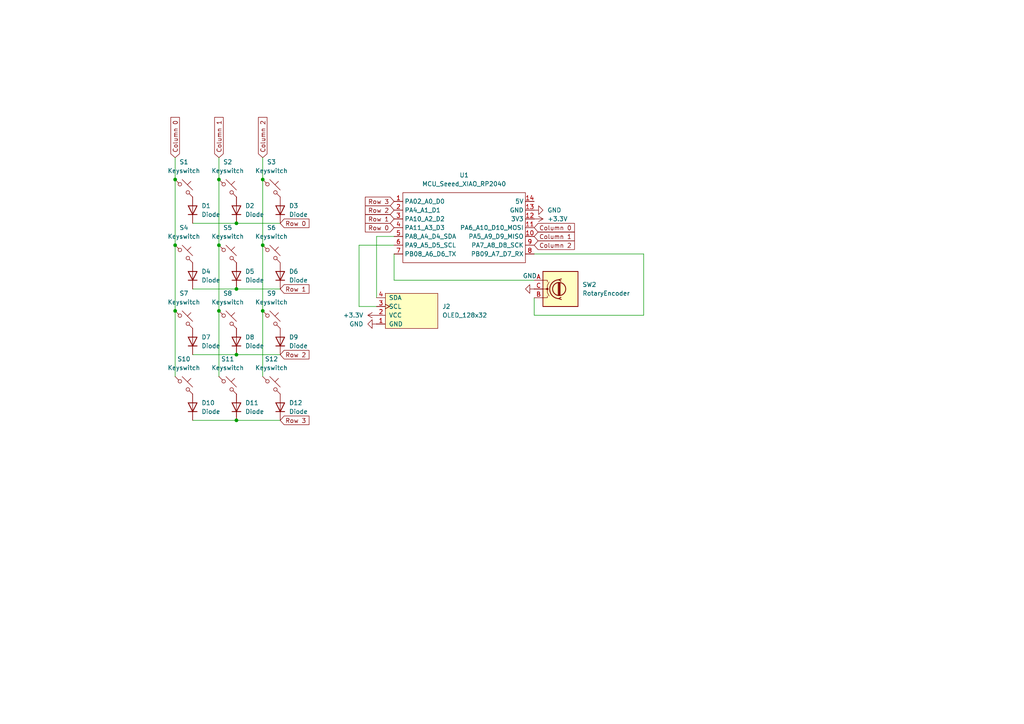
<source format=kicad_sch>
(kicad_sch
	(version 20231120)
	(generator "eeschema")
	(generator_version "8.0")
	(uuid "1c4af0d5-1416-4bb4-9b87-8a71bedf90f3")
	(paper "A4")
	(lib_symbols
		(symbol "Device:RotaryEncoder"
			(pin_names
				(offset 0.254) hide)
			(exclude_from_sim no)
			(in_bom yes)
			(on_board yes)
			(property "Reference" "SW"
				(at 0 6.604 0)
				(effects
					(font
						(size 1.27 1.27)
					)
				)
			)
			(property "Value" "RotaryEncoder"
				(at 0 -6.604 0)
				(effects
					(font
						(size 1.27 1.27)
					)
				)
			)
			(property "Footprint" ""
				(at -3.81 4.064 0)
				(effects
					(font
						(size 1.27 1.27)
					)
					(hide yes)
				)
			)
			(property "Datasheet" "~"
				(at 0 6.604 0)
				(effects
					(font
						(size 1.27 1.27)
					)
					(hide yes)
				)
			)
			(property "Description" "Rotary encoder, dual channel, incremental quadrate outputs"
				(at 0 0 0)
				(effects
					(font
						(size 1.27 1.27)
					)
					(hide yes)
				)
			)
			(property "ki_keywords" "rotary switch encoder"
				(at 0 0 0)
				(effects
					(font
						(size 1.27 1.27)
					)
					(hide yes)
				)
			)
			(property "ki_fp_filters" "RotaryEncoder*"
				(at 0 0 0)
				(effects
					(font
						(size 1.27 1.27)
					)
					(hide yes)
				)
			)
			(symbol "RotaryEncoder_0_1"
				(rectangle
					(start -5.08 5.08)
					(end 5.08 -5.08)
					(stroke
						(width 0.254)
						(type default)
					)
					(fill
						(type background)
					)
				)
				(circle
					(center -3.81 0)
					(radius 0.254)
					(stroke
						(width 0)
						(type default)
					)
					(fill
						(type outline)
					)
				)
				(circle
					(center -0.381 0)
					(radius 1.905)
					(stroke
						(width 0.254)
						(type default)
					)
					(fill
						(type none)
					)
				)
				(arc
					(start -0.381 2.667)
					(mid -3.0988 -0.0635)
					(end -0.381 -2.794)
					(stroke
						(width 0.254)
						(type default)
					)
					(fill
						(type none)
					)
				)
				(polyline
					(pts
						(xy -0.635 -1.778) (xy -0.635 1.778)
					)
					(stroke
						(width 0.254)
						(type default)
					)
					(fill
						(type none)
					)
				)
				(polyline
					(pts
						(xy -0.381 -1.778) (xy -0.381 1.778)
					)
					(stroke
						(width 0.254)
						(type default)
					)
					(fill
						(type none)
					)
				)
				(polyline
					(pts
						(xy -0.127 1.778) (xy -0.127 -1.778)
					)
					(stroke
						(width 0.254)
						(type default)
					)
					(fill
						(type none)
					)
				)
				(polyline
					(pts
						(xy -5.08 -2.54) (xy -3.81 -2.54) (xy -3.81 -2.032)
					)
					(stroke
						(width 0)
						(type default)
					)
					(fill
						(type none)
					)
				)
				(polyline
					(pts
						(xy -5.08 2.54) (xy -3.81 2.54) (xy -3.81 2.032)
					)
					(stroke
						(width 0)
						(type default)
					)
					(fill
						(type none)
					)
				)
				(polyline
					(pts
						(xy 0.254 -3.048) (xy -0.508 -2.794) (xy 0.127 -2.413)
					)
					(stroke
						(width 0.254)
						(type default)
					)
					(fill
						(type none)
					)
				)
				(polyline
					(pts
						(xy 0.254 2.921) (xy -0.508 2.667) (xy 0.127 2.286)
					)
					(stroke
						(width 0.254)
						(type default)
					)
					(fill
						(type none)
					)
				)
				(polyline
					(pts
						(xy -5.08 0) (xy -3.81 0) (xy -3.81 -1.016) (xy -3.302 -2.032)
					)
					(stroke
						(width 0)
						(type default)
					)
					(fill
						(type none)
					)
				)
				(polyline
					(pts
						(xy -4.318 0) (xy -3.81 0) (xy -3.81 1.016) (xy -3.302 2.032)
					)
					(stroke
						(width 0)
						(type default)
					)
					(fill
						(type none)
					)
				)
			)
			(symbol "RotaryEncoder_1_1"
				(pin passive line
					(at -7.62 2.54 0)
					(length 2.54)
					(name "A"
						(effects
							(font
								(size 1.27 1.27)
							)
						)
					)
					(number "A"
						(effects
							(font
								(size 1.27 1.27)
							)
						)
					)
				)
				(pin passive line
					(at -7.62 -2.54 0)
					(length 2.54)
					(name "B"
						(effects
							(font
								(size 1.27 1.27)
							)
						)
					)
					(number "B"
						(effects
							(font
								(size 1.27 1.27)
							)
						)
					)
				)
				(pin passive line
					(at -7.62 0 0)
					(length 2.54)
					(name "C"
						(effects
							(font
								(size 1.27 1.27)
							)
						)
					)
					(number "C"
						(effects
							(font
								(size 1.27 1.27)
							)
						)
					)
				)
			)
		)
		(symbol "ScottoKeebs:MCU_Seeed_XIAO_RP2040"
			(exclude_from_sim no)
			(in_bom yes)
			(on_board yes)
			(property "Reference" "U"
				(at -16.51 11.43 0)
				(effects
					(font
						(size 1.27 1.27)
					)
				)
			)
			(property "Value" "MCU_Seeed_XIAO_RP2040"
				(at -3.81 -11.43 0)
				(effects
					(font
						(size 1.27 1.27)
					)
				)
			)
			(property "Footprint" ""
				(at -16.51 2.54 0)
				(effects
					(font
						(size 1.27 1.27)
					)
					(hide yes)
				)
			)
			(property "Datasheet" ""
				(at -16.51 2.54 0)
				(effects
					(font
						(size 1.27 1.27)
					)
					(hide yes)
				)
			)
			(property "Description" ""
				(at 0 0 0)
				(effects
					(font
						(size 1.27 1.27)
					)
					(hide yes)
				)
			)
			(symbol "MCU_Seeed_XIAO_RP2040_0_1"
				(rectangle
					(start -16.51 10.16)
					(end 19.05 -10.16)
					(stroke
						(width 0)
						(type default)
					)
					(fill
						(type none)
					)
				)
			)
			(symbol "MCU_Seeed_XIAO_RP2040_1_1"
				(pin passive line
					(at -19.05 7.62 0)
					(length 2.54)
					(name "PA02_A0_D0"
						(effects
							(font
								(size 1.27 1.27)
							)
						)
					)
					(number "1"
						(effects
							(font
								(size 1.27 1.27)
							)
						)
					)
				)
				(pin passive line
					(at 21.59 -2.54 180)
					(length 2.54)
					(name "PA5_A9_D9_MISO"
						(effects
							(font
								(size 1.27 1.27)
							)
						)
					)
					(number "10"
						(effects
							(font
								(size 1.27 1.27)
							)
						)
					)
				)
				(pin passive line
					(at 21.59 0 180)
					(length 2.54)
					(name "PA6_A10_D10_MOSI"
						(effects
							(font
								(size 1.27 1.27)
							)
						)
					)
					(number "11"
						(effects
							(font
								(size 1.27 1.27)
							)
						)
					)
				)
				(pin passive line
					(at 21.59 2.54 180)
					(length 2.54)
					(name "3V3"
						(effects
							(font
								(size 1.27 1.27)
							)
						)
					)
					(number "12"
						(effects
							(font
								(size 1.27 1.27)
							)
						)
					)
				)
				(pin passive line
					(at 21.59 5.08 180)
					(length 2.54)
					(name "GND"
						(effects
							(font
								(size 1.27 1.27)
							)
						)
					)
					(number "13"
						(effects
							(font
								(size 1.27 1.27)
							)
						)
					)
				)
				(pin passive line
					(at 21.59 7.62 180)
					(length 2.54)
					(name "5V"
						(effects
							(font
								(size 1.27 1.27)
							)
						)
					)
					(number "14"
						(effects
							(font
								(size 1.27 1.27)
							)
						)
					)
				)
				(pin passive line
					(at -19.05 5.08 0)
					(length 2.54)
					(name "PA4_A1_D1"
						(effects
							(font
								(size 1.27 1.27)
							)
						)
					)
					(number "2"
						(effects
							(font
								(size 1.27 1.27)
							)
						)
					)
				)
				(pin passive line
					(at -19.05 2.54 0)
					(length 2.54)
					(name "PA10_A2_D2"
						(effects
							(font
								(size 1.27 1.27)
							)
						)
					)
					(number "3"
						(effects
							(font
								(size 1.27 1.27)
							)
						)
					)
				)
				(pin passive line
					(at -19.05 0 0)
					(length 2.54)
					(name "PA11_A3_D3"
						(effects
							(font
								(size 1.27 1.27)
							)
						)
					)
					(number "4"
						(effects
							(font
								(size 1.27 1.27)
							)
						)
					)
				)
				(pin passive line
					(at -19.05 -2.54 0)
					(length 2.54)
					(name "PA8_A4_D4_SDA"
						(effects
							(font
								(size 1.27 1.27)
							)
						)
					)
					(number "5"
						(effects
							(font
								(size 1.27 1.27)
							)
						)
					)
				)
				(pin passive line
					(at -19.05 -5.08 0)
					(length 2.54)
					(name "PA9_A5_D5_SCL"
						(effects
							(font
								(size 1.27 1.27)
							)
						)
					)
					(number "6"
						(effects
							(font
								(size 1.27 1.27)
							)
						)
					)
				)
				(pin passive line
					(at -19.05 -7.62 0)
					(length 2.54)
					(name "PB08_A6_D6_TX"
						(effects
							(font
								(size 1.27 1.27)
							)
						)
					)
					(number "7"
						(effects
							(font
								(size 1.27 1.27)
							)
						)
					)
				)
				(pin passive line
					(at 21.59 -7.62 180)
					(length 2.54)
					(name "PB09_A7_D7_RX"
						(effects
							(font
								(size 1.27 1.27)
							)
						)
					)
					(number "8"
						(effects
							(font
								(size 1.27 1.27)
							)
						)
					)
				)
				(pin passive line
					(at 21.59 -5.08 180)
					(length 2.54)
					(name "PA7_A8_D8_SCK"
						(effects
							(font
								(size 1.27 1.27)
							)
						)
					)
					(number "9"
						(effects
							(font
								(size 1.27 1.27)
							)
						)
					)
				)
			)
		)
		(symbol "ScottoKeebs:OLED_128x32"
			(pin_names
				(offset 1.016)
			)
			(exclude_from_sim no)
			(in_bom yes)
			(on_board yes)
			(property "Reference" "J"
				(at 0 -6.35 0)
				(effects
					(font
						(size 1.27 1.27)
					)
				)
			)
			(property "Value" "OLED_128x32"
				(at 0 6.35 0)
				(effects
					(font
						(size 1.27 1.27)
					)
				)
			)
			(property "Footprint" "ScottoKeebs_Components:OLED_128x32"
				(at 0 8.89 0)
				(effects
					(font
						(size 1.27 1.27)
					)
					(hide yes)
				)
			)
			(property "Datasheet" ""
				(at 0 1.27 0)
				(effects
					(font
						(size 1.27 1.27)
					)
					(hide yes)
				)
			)
			(property "Description" ""
				(at 0 0 0)
				(effects
					(font
						(size 1.27 1.27)
					)
					(hide yes)
				)
			)
			(symbol "OLED_128x32_0_1"
				(rectangle
					(start 0 5.08)
					(end 15.24 -5.08)
					(stroke
						(width 0)
						(type default)
					)
					(fill
						(type background)
					)
				)
			)
			(symbol "OLED_128x32_1_1"
				(pin power_in line
					(at -2.54 -3.81 0)
					(length 2.54)
					(name "GND"
						(effects
							(font
								(size 1.27 1.27)
							)
						)
					)
					(number "1"
						(effects
							(font
								(size 1.27 1.27)
							)
						)
					)
				)
				(pin power_in line
					(at -2.54 -1.27 0)
					(length 2.54)
					(name "VCC"
						(effects
							(font
								(size 1.27 1.27)
							)
						)
					)
					(number "2"
						(effects
							(font
								(size 1.27 1.27)
							)
						)
					)
				)
				(pin input clock
					(at -2.54 1.27 0)
					(length 2.54)
					(name "SCL"
						(effects
							(font
								(size 1.27 1.27)
							)
						)
					)
					(number "3"
						(effects
							(font
								(size 1.27 1.27)
							)
						)
					)
				)
				(pin bidirectional line
					(at -2.54 3.81 0)
					(length 2.54)
					(name "SDA"
						(effects
							(font
								(size 1.27 1.27)
							)
						)
					)
					(number "4"
						(effects
							(font
								(size 1.27 1.27)
							)
						)
					)
				)
			)
		)
		(symbol "ScottoKeebs:Placeholder_Diode"
			(pin_numbers hide)
			(pin_names hide)
			(exclude_from_sim no)
			(in_bom yes)
			(on_board yes)
			(property "Reference" "D"
				(at 0 2.54 0)
				(effects
					(font
						(size 1.27 1.27)
					)
				)
			)
			(property "Value" "Diode"
				(at 0 -2.54 0)
				(effects
					(font
						(size 1.27 1.27)
					)
				)
			)
			(property "Footprint" ""
				(at 0 0 0)
				(effects
					(font
						(size 1.27 1.27)
					)
					(hide yes)
				)
			)
			(property "Datasheet" ""
				(at 0 0 0)
				(effects
					(font
						(size 1.27 1.27)
					)
					(hide yes)
				)
			)
			(property "Description" "1N4148 (DO-35) or 1N4148W (SOD-123)"
				(at 0 0 0)
				(effects
					(font
						(size 1.27 1.27)
					)
					(hide yes)
				)
			)
			(property "Sim.Device" "D"
				(at 0 0 0)
				(effects
					(font
						(size 1.27 1.27)
					)
					(hide yes)
				)
			)
			(property "Sim.Pins" "1=K 2=A"
				(at 0 0 0)
				(effects
					(font
						(size 1.27 1.27)
					)
					(hide yes)
				)
			)
			(property "ki_keywords" "diode"
				(at 0 0 0)
				(effects
					(font
						(size 1.27 1.27)
					)
					(hide yes)
				)
			)
			(property "ki_fp_filters" "D*DO?35*"
				(at 0 0 0)
				(effects
					(font
						(size 1.27 1.27)
					)
					(hide yes)
				)
			)
			(symbol "Placeholder_Diode_0_1"
				(polyline
					(pts
						(xy -1.27 1.27) (xy -1.27 -1.27)
					)
					(stroke
						(width 0.254)
						(type default)
					)
					(fill
						(type none)
					)
				)
				(polyline
					(pts
						(xy 1.27 0) (xy -1.27 0)
					)
					(stroke
						(width 0)
						(type default)
					)
					(fill
						(type none)
					)
				)
				(polyline
					(pts
						(xy 1.27 1.27) (xy 1.27 -1.27) (xy -1.27 0) (xy 1.27 1.27)
					)
					(stroke
						(width 0.254)
						(type default)
					)
					(fill
						(type none)
					)
				)
			)
			(symbol "Placeholder_Diode_1_1"
				(pin passive line
					(at -3.81 0 0)
					(length 2.54)
					(name "K"
						(effects
							(font
								(size 1.27 1.27)
							)
						)
					)
					(number "1"
						(effects
							(font
								(size 1.27 1.27)
							)
						)
					)
				)
				(pin passive line
					(at 3.81 0 180)
					(length 2.54)
					(name "A"
						(effects
							(font
								(size 1.27 1.27)
							)
						)
					)
					(number "2"
						(effects
							(font
								(size 1.27 1.27)
							)
						)
					)
				)
			)
		)
		(symbol "ScottoKeebs:Placeholder_Keyswitch"
			(pin_numbers hide)
			(pin_names
				(offset 1.016) hide)
			(exclude_from_sim no)
			(in_bom yes)
			(on_board yes)
			(property "Reference" "S"
				(at 3.048 1.016 0)
				(effects
					(font
						(size 1.27 1.27)
					)
					(justify left)
				)
			)
			(property "Value" "Keyswitch"
				(at 0 -3.81 0)
				(effects
					(font
						(size 1.27 1.27)
					)
				)
			)
			(property "Footprint" ""
				(at 0 0 0)
				(effects
					(font
						(size 1.27 1.27)
					)
					(hide yes)
				)
			)
			(property "Datasheet" "~"
				(at 0 0 0)
				(effects
					(font
						(size 1.27 1.27)
					)
					(hide yes)
				)
			)
			(property "Description" "Push button switch, normally open, two pins, 45° tilted"
				(at 0 0 0)
				(effects
					(font
						(size 1.27 1.27)
					)
					(hide yes)
				)
			)
			(property "ki_keywords" "switch normally-open pushbutton push-button"
				(at 0 0 0)
				(effects
					(font
						(size 1.27 1.27)
					)
					(hide yes)
				)
			)
			(symbol "Placeholder_Keyswitch_0_1"
				(circle
					(center -1.1684 1.1684)
					(radius 0.508)
					(stroke
						(width 0)
						(type default)
					)
					(fill
						(type none)
					)
				)
				(polyline
					(pts
						(xy -0.508 2.54) (xy 2.54 -0.508)
					)
					(stroke
						(width 0)
						(type default)
					)
					(fill
						(type none)
					)
				)
				(polyline
					(pts
						(xy 1.016 1.016) (xy 2.032 2.032)
					)
					(stroke
						(width 0)
						(type default)
					)
					(fill
						(type none)
					)
				)
				(polyline
					(pts
						(xy -2.54 2.54) (xy -1.524 1.524) (xy -1.524 1.524)
					)
					(stroke
						(width 0)
						(type default)
					)
					(fill
						(type none)
					)
				)
				(polyline
					(pts
						(xy 1.524 -1.524) (xy 2.54 -2.54) (xy 2.54 -2.54) (xy 2.54 -2.54)
					)
					(stroke
						(width 0)
						(type default)
					)
					(fill
						(type none)
					)
				)
				(circle
					(center 1.143 -1.1938)
					(radius 0.508)
					(stroke
						(width 0)
						(type default)
					)
					(fill
						(type none)
					)
				)
				(pin passive line
					(at -2.54 2.54 0)
					(length 0)
					(name "1"
						(effects
							(font
								(size 1.27 1.27)
							)
						)
					)
					(number "1"
						(effects
							(font
								(size 1.27 1.27)
							)
						)
					)
				)
				(pin passive line
					(at 2.54 -2.54 180)
					(length 0)
					(name "2"
						(effects
							(font
								(size 1.27 1.27)
							)
						)
					)
					(number "2"
						(effects
							(font
								(size 1.27 1.27)
							)
						)
					)
				)
			)
		)
		(symbol "power:+3.3V"
			(power)
			(pin_numbers hide)
			(pin_names
				(offset 0) hide)
			(exclude_from_sim no)
			(in_bom yes)
			(on_board yes)
			(property "Reference" "#PWR"
				(at 0 -3.81 0)
				(effects
					(font
						(size 1.27 1.27)
					)
					(hide yes)
				)
			)
			(property "Value" "+3.3V"
				(at 0 3.556 0)
				(effects
					(font
						(size 1.27 1.27)
					)
				)
			)
			(property "Footprint" ""
				(at 0 0 0)
				(effects
					(font
						(size 1.27 1.27)
					)
					(hide yes)
				)
			)
			(property "Datasheet" ""
				(at 0 0 0)
				(effects
					(font
						(size 1.27 1.27)
					)
					(hide yes)
				)
			)
			(property "Description" "Power symbol creates a global label with name \"+3.3V\""
				(at 0 0 0)
				(effects
					(font
						(size 1.27 1.27)
					)
					(hide yes)
				)
			)
			(property "ki_keywords" "global power"
				(at 0 0 0)
				(effects
					(font
						(size 1.27 1.27)
					)
					(hide yes)
				)
			)
			(symbol "+3.3V_0_1"
				(polyline
					(pts
						(xy -0.762 1.27) (xy 0 2.54)
					)
					(stroke
						(width 0)
						(type default)
					)
					(fill
						(type none)
					)
				)
				(polyline
					(pts
						(xy 0 0) (xy 0 2.54)
					)
					(stroke
						(width 0)
						(type default)
					)
					(fill
						(type none)
					)
				)
				(polyline
					(pts
						(xy 0 2.54) (xy 0.762 1.27)
					)
					(stroke
						(width 0)
						(type default)
					)
					(fill
						(type none)
					)
				)
			)
			(symbol "+3.3V_1_1"
				(pin power_in line
					(at 0 0 90)
					(length 0)
					(name "~"
						(effects
							(font
								(size 1.27 1.27)
							)
						)
					)
					(number "1"
						(effects
							(font
								(size 1.27 1.27)
							)
						)
					)
				)
			)
		)
		(symbol "power:GND"
			(power)
			(pin_numbers hide)
			(pin_names
				(offset 0) hide)
			(exclude_from_sim no)
			(in_bom yes)
			(on_board yes)
			(property "Reference" "#PWR"
				(at 0 -6.35 0)
				(effects
					(font
						(size 1.27 1.27)
					)
					(hide yes)
				)
			)
			(property "Value" "GND"
				(at 0 -3.81 0)
				(effects
					(font
						(size 1.27 1.27)
					)
				)
			)
			(property "Footprint" ""
				(at 0 0 0)
				(effects
					(font
						(size 1.27 1.27)
					)
					(hide yes)
				)
			)
			(property "Datasheet" ""
				(at 0 0 0)
				(effects
					(font
						(size 1.27 1.27)
					)
					(hide yes)
				)
			)
			(property "Description" "Power symbol creates a global label with name \"GND\" , ground"
				(at 0 0 0)
				(effects
					(font
						(size 1.27 1.27)
					)
					(hide yes)
				)
			)
			(property "ki_keywords" "global power"
				(at 0 0 0)
				(effects
					(font
						(size 1.27 1.27)
					)
					(hide yes)
				)
			)
			(symbol "GND_0_1"
				(polyline
					(pts
						(xy 0 0) (xy 0 -1.27) (xy 1.27 -1.27) (xy 0 -2.54) (xy -1.27 -1.27) (xy 0 -1.27)
					)
					(stroke
						(width 0)
						(type default)
					)
					(fill
						(type none)
					)
				)
			)
			(symbol "GND_1_1"
				(pin power_in line
					(at 0 0 270)
					(length 0)
					(name "~"
						(effects
							(font
								(size 1.27 1.27)
							)
						)
					)
					(number "1"
						(effects
							(font
								(size 1.27 1.27)
							)
						)
					)
				)
			)
		)
	)
	(junction
		(at 50.8 71.12)
		(diameter 0)
		(color 0 0 0 0)
		(uuid "05ca351d-55b0-4ce3-bfe4-af5ac831cb72")
	)
	(junction
		(at 68.58 121.92)
		(diameter 0)
		(color 0 0 0 0)
		(uuid "268d2b76-56b7-4cd8-b15c-d4d58fe8583c")
	)
	(junction
		(at 68.58 102.87)
		(diameter 0)
		(color 0 0 0 0)
		(uuid "29fac607-6d24-42d9-b2ee-21f65622715c")
	)
	(junction
		(at 50.8 52.07)
		(diameter 0)
		(color 0 0 0 0)
		(uuid "30dd891b-4580-4feb-8036-5a930cacd0b0")
	)
	(junction
		(at 68.58 64.77)
		(diameter 0)
		(color 0 0 0 0)
		(uuid "44e8ccc1-6232-4fa9-b030-2708ca028fcd")
	)
	(junction
		(at 76.2 52.07)
		(diameter 0)
		(color 0 0 0 0)
		(uuid "480ce249-55da-44a9-a10b-e1bdeec1e031")
	)
	(junction
		(at 76.2 90.17)
		(diameter 0)
		(color 0 0 0 0)
		(uuid "4cda9b91-214c-47ba-adaa-c55be7db622c")
	)
	(junction
		(at 76.2 71.12)
		(diameter 0)
		(color 0 0 0 0)
		(uuid "6d9fd2eb-c735-4e8a-ae4d-cdb72f1b14a9")
	)
	(junction
		(at 63.5 71.12)
		(diameter 0)
		(color 0 0 0 0)
		(uuid "72944b50-d792-4d58-ad70-94cda7ad8e79")
	)
	(junction
		(at 63.5 52.07)
		(diameter 0)
		(color 0 0 0 0)
		(uuid "a72bed56-2de2-4cae-b171-f13738e685f9")
	)
	(junction
		(at 68.58 83.82)
		(diameter 0)
		(color 0 0 0 0)
		(uuid "bb3a60a3-19cd-43af-b060-ec023c9a3a81")
	)
	(junction
		(at 50.8 90.17)
		(diameter 0)
		(color 0 0 0 0)
		(uuid "c3bb4aed-7e3f-4e14-89d6-22aa4741d928")
	)
	(junction
		(at 63.5 90.17)
		(diameter 0)
		(color 0 0 0 0)
		(uuid "c6fe3f60-04f5-449a-9124-d75aa6a77e71")
	)
	(wire
		(pts
			(xy 50.8 90.17) (xy 50.8 109.22)
		)
		(stroke
			(width 0)
			(type default)
		)
		(uuid "00e77fd7-345a-47f6-86e0-b6a3c088552d")
	)
	(wire
		(pts
			(xy 50.8 45.72) (xy 50.8 52.07)
		)
		(stroke
			(width 0)
			(type default)
		)
		(uuid "028f9eba-6140-4758-ba33-48230463b951")
	)
	(wire
		(pts
			(xy 55.88 121.92) (xy 68.58 121.92)
		)
		(stroke
			(width 0)
			(type default)
		)
		(uuid "0573f6e9-77bb-4fa9-ae3f-39fde067eac9")
	)
	(wire
		(pts
			(xy 50.8 52.07) (xy 50.8 71.12)
		)
		(stroke
			(width 0)
			(type default)
		)
		(uuid "0f7c8771-58f6-404a-b4f8-4c9f90ad9bd9")
	)
	(wire
		(pts
			(xy 55.88 83.82) (xy 68.58 83.82)
		)
		(stroke
			(width 0)
			(type default)
		)
		(uuid "10f75355-c728-43eb-9f83-cd6aeb610d67")
	)
	(wire
		(pts
			(xy 68.58 64.77) (xy 81.28 64.77)
		)
		(stroke
			(width 0)
			(type default)
		)
		(uuid "12d5623e-0d55-496e-8c26-24c3acaf9d2e")
	)
	(wire
		(pts
			(xy 114.3 81.28) (xy 154.94 81.28)
		)
		(stroke
			(width 0)
			(type default)
		)
		(uuid "1a7f65c2-e2f3-494b-b14d-37ed3b9a9146")
	)
	(wire
		(pts
			(xy 76.2 90.17) (xy 76.2 109.22)
		)
		(stroke
			(width 0)
			(type default)
		)
		(uuid "1f6ff79d-1c5e-4add-8898-58709b2fc7cc")
	)
	(wire
		(pts
			(xy 68.58 83.82) (xy 81.28 83.82)
		)
		(stroke
			(width 0)
			(type default)
		)
		(uuid "2139761e-11e9-4cde-a756-4357f90d04c6")
	)
	(wire
		(pts
			(xy 63.5 71.12) (xy 63.5 90.17)
		)
		(stroke
			(width 0)
			(type default)
		)
		(uuid "2a94862f-08b8-4599-9f2c-e562a2456e35")
	)
	(wire
		(pts
			(xy 104.14 71.12) (xy 114.3 71.12)
		)
		(stroke
			(width 0)
			(type default)
		)
		(uuid "2d90f6a9-5842-4d50-8647-d782faeb3b4d")
	)
	(wire
		(pts
			(xy 76.2 45.72) (xy 76.2 52.07)
		)
		(stroke
			(width 0)
			(type default)
		)
		(uuid "3185adc4-bfbf-46c2-8c04-c09b68c82361")
	)
	(wire
		(pts
			(xy 104.14 88.9) (xy 104.14 71.12)
		)
		(stroke
			(width 0)
			(type default)
		)
		(uuid "37c2052f-246e-49e6-aca5-f14c81178615")
	)
	(wire
		(pts
			(xy 186.69 73.66) (xy 154.94 73.66)
		)
		(stroke
			(width 0)
			(type default)
		)
		(uuid "3d1141c8-81dc-43f0-bf48-4638b56b7b21")
	)
	(wire
		(pts
			(xy 63.5 52.07) (xy 63.5 71.12)
		)
		(stroke
			(width 0)
			(type default)
		)
		(uuid "42bb99b2-ab62-4ef9-9db2-24a8747cdaf2")
	)
	(wire
		(pts
			(xy 109.22 68.58) (xy 114.3 68.58)
		)
		(stroke
			(width 0)
			(type default)
		)
		(uuid "47e17588-138b-48f0-880c-dc413dddad78")
	)
	(wire
		(pts
			(xy 68.58 102.87) (xy 81.28 102.87)
		)
		(stroke
			(width 0)
			(type default)
		)
		(uuid "66deee8e-dfb7-496d-9860-9268e9b8aeaa")
	)
	(wire
		(pts
			(xy 55.88 102.87) (xy 68.58 102.87)
		)
		(stroke
			(width 0)
			(type default)
		)
		(uuid "714dfeaa-066d-4880-835a-92ce471dec62")
	)
	(wire
		(pts
			(xy 55.88 64.77) (xy 68.58 64.77)
		)
		(stroke
			(width 0)
			(type default)
		)
		(uuid "71dac325-d808-43d6-a477-a970b8966d82")
	)
	(wire
		(pts
			(xy 68.58 121.92) (xy 81.28 121.92)
		)
		(stroke
			(width 0)
			(type default)
		)
		(uuid "7f1ea26c-7f6d-4fe3-a9a4-725c55a777ab")
	)
	(wire
		(pts
			(xy 109.22 86.36) (xy 109.22 68.58)
		)
		(stroke
			(width 0)
			(type default)
		)
		(uuid "80f222e0-bc05-4626-8962-ae6e80d2b6e6")
	)
	(wire
		(pts
			(xy 76.2 52.07) (xy 76.2 71.12)
		)
		(stroke
			(width 0)
			(type default)
		)
		(uuid "81fb1afd-258c-452a-aebc-cbcbe1667f77")
	)
	(wire
		(pts
			(xy 154.94 91.44) (xy 154.94 86.36)
		)
		(stroke
			(width 0)
			(type default)
		)
		(uuid "8f843a4f-5fb2-4f93-af6c-4a08da9d3d6b")
	)
	(wire
		(pts
			(xy 109.22 88.9) (xy 104.14 88.9)
		)
		(stroke
			(width 0)
			(type default)
		)
		(uuid "96086c20-3822-41ec-acde-84a69ad04a40")
	)
	(wire
		(pts
			(xy 50.8 71.12) (xy 50.8 90.17)
		)
		(stroke
			(width 0)
			(type default)
		)
		(uuid "a11489e0-f614-4995-a73b-689cfdec78eb")
	)
	(wire
		(pts
			(xy 114.3 73.66) (xy 114.3 81.28)
		)
		(stroke
			(width 0)
			(type default)
		)
		(uuid "a3e58e74-ded4-4c4f-8e38-e2d6d2951be1")
	)
	(wire
		(pts
			(xy 76.2 71.12) (xy 76.2 90.17)
		)
		(stroke
			(width 0)
			(type default)
		)
		(uuid "bace03b9-6480-4b8f-9187-df0ec8697533")
	)
	(wire
		(pts
			(xy 63.5 90.17) (xy 63.5 109.22)
		)
		(stroke
			(width 0)
			(type default)
		)
		(uuid "cf995e0a-6115-4507-a4ca-fd3832a50317")
	)
	(wire
		(pts
			(xy 63.5 45.72) (xy 63.5 52.07)
		)
		(stroke
			(width 0)
			(type default)
		)
		(uuid "ea19a73d-043c-4d08-9919-885db199f1d8")
	)
	(wire
		(pts
			(xy 186.69 91.44) (xy 154.94 91.44)
		)
		(stroke
			(width 0)
			(type default)
		)
		(uuid "f12e67d5-75c0-49d0-a06c-fbcc405c3ecd")
	)
	(wire
		(pts
			(xy 186.69 73.66) (xy 186.69 91.44)
		)
		(stroke
			(width 0)
			(type default)
		)
		(uuid "fcc6f016-05f9-4a08-80b6-1b2db065e123")
	)
	(global_label "Row 3"
		(shape input)
		(at 81.28 121.92 0)
		(fields_autoplaced yes)
		(effects
			(font
				(size 1.27 1.27)
			)
			(justify left)
		)
		(uuid "15bc5441-6399-4d9f-a868-deb946f88d74")
		(property "Intersheetrefs" "${INTERSHEET_REFS}"
			(at 90.1918 121.92 0)
			(effects
				(font
					(size 1.27 1.27)
				)
				(justify left)
				(hide yes)
			)
		)
	)
	(global_label "Column 0"
		(shape input)
		(at 50.8 45.72 90)
		(fields_autoplaced yes)
		(effects
			(font
				(size 1.27 1.27)
			)
			(justify left)
		)
		(uuid "2fb4be76-e81b-48e6-97a0-c9f2fc9a2af1")
		(property "Intersheetrefs" "${INTERSHEET_REFS}"
			(at 50.8 33.4822 90)
			(effects
				(font
					(size 1.27 1.27)
				)
				(justify left)
				(hide yes)
			)
		)
	)
	(global_label "Column 1"
		(shape input)
		(at 63.5 45.72 90)
		(fields_autoplaced yes)
		(effects
			(font
				(size 1.27 1.27)
			)
			(justify left)
		)
		(uuid "46233b79-45cb-48c8-90b7-7e6dbde6bd1d")
		(property "Intersheetrefs" "${INTERSHEET_REFS}"
			(at 63.5 33.4822 90)
			(effects
				(font
					(size 1.27 1.27)
				)
				(justify left)
				(hide yes)
			)
		)
	)
	(global_label "Column 0"
		(shape input)
		(at 154.94 66.04 0)
		(fields_autoplaced yes)
		(effects
			(font
				(size 1.27 1.27)
			)
			(justify left)
		)
		(uuid "5d849d45-0a74-4191-94ef-c11874008254")
		(property "Intersheetrefs" "${INTERSHEET_REFS}"
			(at 167.1778 66.04 0)
			(effects
				(font
					(size 1.27 1.27)
				)
				(justify left)
				(hide yes)
			)
		)
	)
	(global_label "Row 3"
		(shape input)
		(at 114.3 58.42 180)
		(fields_autoplaced yes)
		(effects
			(font
				(size 1.27 1.27)
			)
			(justify right)
		)
		(uuid "614d2859-d3a2-4126-96ea-c72c29d86285")
		(property "Intersheetrefs" "${INTERSHEET_REFS}"
			(at 105.3882 58.42 0)
			(effects
				(font
					(size 1.27 1.27)
				)
				(justify right)
				(hide yes)
			)
		)
	)
	(global_label "Row 0"
		(shape input)
		(at 114.3 66.04 180)
		(fields_autoplaced yes)
		(effects
			(font
				(size 1.27 1.27)
			)
			(justify right)
		)
		(uuid "614d931b-349b-4117-80e2-e87573c8314a")
		(property "Intersheetrefs" "${INTERSHEET_REFS}"
			(at 105.3882 66.04 0)
			(effects
				(font
					(size 1.27 1.27)
				)
				(justify right)
				(hide yes)
			)
		)
	)
	(global_label "Column 2"
		(shape input)
		(at 154.94 71.12 0)
		(fields_autoplaced yes)
		(effects
			(font
				(size 1.27 1.27)
			)
			(justify left)
		)
		(uuid "70f0d18e-858d-44d6-b256-13d464e129c4")
		(property "Intersheetrefs" "${INTERSHEET_REFS}"
			(at 167.1778 71.12 0)
			(effects
				(font
					(size 1.27 1.27)
				)
				(justify left)
				(hide yes)
			)
		)
	)
	(global_label "Column 1"
		(shape input)
		(at 154.94 68.58 0)
		(fields_autoplaced yes)
		(effects
			(font
				(size 1.27 1.27)
			)
			(justify left)
		)
		(uuid "9868f80f-c0de-4710-aa96-69f7d925be9f")
		(property "Intersheetrefs" "${INTERSHEET_REFS}"
			(at 167.1778 68.58 0)
			(effects
				(font
					(size 1.27 1.27)
				)
				(justify left)
				(hide yes)
			)
		)
	)
	(global_label "Row 2"
		(shape input)
		(at 81.28 102.87 0)
		(fields_autoplaced yes)
		(effects
			(font
				(size 1.27 1.27)
			)
			(justify left)
		)
		(uuid "a6e71f25-617e-4faf-a7f6-217553d3b3b8")
		(property "Intersheetrefs" "${INTERSHEET_REFS}"
			(at 90.1918 102.87 0)
			(effects
				(font
					(size 1.27 1.27)
				)
				(justify left)
				(hide yes)
			)
		)
	)
	(global_label "Row 2"
		(shape input)
		(at 114.3 60.96 180)
		(fields_autoplaced yes)
		(effects
			(font
				(size 1.27 1.27)
			)
			(justify right)
		)
		(uuid "b1aed524-9d83-4ab3-a1ab-43164b4440b0")
		(property "Intersheetrefs" "${INTERSHEET_REFS}"
			(at 105.3882 60.96 0)
			(effects
				(font
					(size 1.27 1.27)
				)
				(justify right)
				(hide yes)
			)
		)
	)
	(global_label "Row 1"
		(shape input)
		(at 81.28 83.82 0)
		(fields_autoplaced yes)
		(effects
			(font
				(size 1.27 1.27)
			)
			(justify left)
		)
		(uuid "ba1cc935-416d-4b91-9868-b2e28ac8653b")
		(property "Intersheetrefs" "${INTERSHEET_REFS}"
			(at 90.1918 83.82 0)
			(effects
				(font
					(size 1.27 1.27)
				)
				(justify left)
				(hide yes)
			)
		)
	)
	(global_label "Row 0"
		(shape input)
		(at 81.28 64.77 0)
		(fields_autoplaced yes)
		(effects
			(font
				(size 1.27 1.27)
			)
			(justify left)
		)
		(uuid "be836f8e-5f0a-4d0e-be1f-096587a22d03")
		(property "Intersheetrefs" "${INTERSHEET_REFS}"
			(at 90.1918 64.77 0)
			(effects
				(font
					(size 1.27 1.27)
				)
				(justify left)
				(hide yes)
			)
		)
	)
	(global_label "Column 2"
		(shape input)
		(at 76.2 45.72 90)
		(fields_autoplaced yes)
		(effects
			(font
				(size 1.27 1.27)
			)
			(justify left)
		)
		(uuid "c535073b-d259-4075-a0a0-1403210f96b0")
		(property "Intersheetrefs" "${INTERSHEET_REFS}"
			(at 76.2 33.4822 90)
			(effects
				(font
					(size 1.27 1.27)
				)
				(justify left)
				(hide yes)
			)
		)
	)
	(global_label "Row 1"
		(shape input)
		(at 114.3 63.5 180)
		(fields_autoplaced yes)
		(effects
			(font
				(size 1.27 1.27)
			)
			(justify right)
		)
		(uuid "d6d409b1-b215-4ed1-98c0-c41571291a7c")
		(property "Intersheetrefs" "${INTERSHEET_REFS}"
			(at 105.3882 63.5 0)
			(effects
				(font
					(size 1.27 1.27)
				)
				(justify right)
				(hide yes)
			)
		)
	)
	(symbol
		(lib_id "ScottoKeebs:Placeholder_Keyswitch")
		(at 53.34 92.71 0)
		(unit 1)
		(exclude_from_sim no)
		(in_bom yes)
		(on_board yes)
		(dnp no)
		(fields_autoplaced yes)
		(uuid "038d09e1-8d88-400f-96b5-894560f29758")
		(property "Reference" "S7"
			(at 53.34 85.09 0)
			(effects
				(font
					(size 1.27 1.27)
				)
			)
		)
		(property "Value" "Keyswitch"
			(at 53.34 87.63 0)
			(effects
				(font
					(size 1.27 1.27)
				)
			)
		)
		(property "Footprint" "ScottoKeebs_MX:MX_PCB_1.00u"
			(at 53.34 92.71 0)
			(effects
				(font
					(size 1.27 1.27)
				)
				(hide yes)
			)
		)
		(property "Datasheet" "~"
			(at 53.34 92.71 0)
			(effects
				(font
					(size 1.27 1.27)
				)
				(hide yes)
			)
		)
		(property "Description" "Push button switch, normally open, two pins, 45° tilted"
			(at 53.34 92.71 0)
			(effects
				(font
					(size 1.27 1.27)
				)
				(hide yes)
			)
		)
		(pin "1"
			(uuid "7c0f8d52-cbe7-4377-a430-7b2c53cebcb0")
		)
		(pin "2"
			(uuid "06ff98c6-c698-4c77-92e0-47f7aba62095")
		)
		(instances
			(project "The One Pad to Rule Them All 2"
				(path "/1c4af0d5-1416-4bb4-9b87-8a71bedf90f3"
					(reference "S7")
					(unit 1)
				)
			)
		)
	)
	(symbol
		(lib_id "ScottoKeebs:Placeholder_Diode")
		(at 55.88 80.01 90)
		(unit 1)
		(exclude_from_sim no)
		(in_bom yes)
		(on_board yes)
		(dnp no)
		(fields_autoplaced yes)
		(uuid "14152fa5-f441-4bb5-80c3-761464475dd7")
		(property "Reference" "D4"
			(at 58.42 78.7399 90)
			(effects
				(font
					(size 1.27 1.27)
				)
				(justify right)
			)
		)
		(property "Value" "Diode"
			(at 58.42 81.2799 90)
			(effects
				(font
					(size 1.27 1.27)
				)
				(justify right)
			)
		)
		(property "Footprint" "ScottoKeebs_Components:Diode_DO-35"
			(at 55.88 80.01 0)
			(effects
				(font
					(size 1.27 1.27)
				)
				(hide yes)
			)
		)
		(property "Datasheet" ""
			(at 55.88 80.01 0)
			(effects
				(font
					(size 1.27 1.27)
				)
				(hide yes)
			)
		)
		(property "Description" "1N4148 (DO-35) or 1N4148W (SOD-123)"
			(at 55.88 80.01 0)
			(effects
				(font
					(size 1.27 1.27)
				)
				(hide yes)
			)
		)
		(property "Sim.Device" "D"
			(at 55.88 80.01 0)
			(effects
				(font
					(size 1.27 1.27)
				)
				(hide yes)
			)
		)
		(property "Sim.Pins" "1=K 2=A"
			(at 55.88 80.01 0)
			(effects
				(font
					(size 1.27 1.27)
				)
				(hide yes)
			)
		)
		(pin "1"
			(uuid "4048792f-e012-4767-a999-e1f43b41cb1c")
		)
		(pin "2"
			(uuid "f83af6d2-ddfb-41e8-a334-22f42bab7061")
		)
		(instances
			(project "The One Pad to Rule Them All 2"
				(path "/1c4af0d5-1416-4bb4-9b87-8a71bedf90f3"
					(reference "D4")
					(unit 1)
				)
			)
		)
	)
	(symbol
		(lib_id "ScottoKeebs:Placeholder_Keyswitch")
		(at 53.34 111.76 0)
		(unit 1)
		(exclude_from_sim no)
		(in_bom yes)
		(on_board yes)
		(dnp no)
		(fields_autoplaced yes)
		(uuid "1d19d74e-78e1-45ef-af88-8655347fd232")
		(property "Reference" "S10"
			(at 53.34 104.14 0)
			(effects
				(font
					(size 1.27 1.27)
				)
			)
		)
		(property "Value" "Keyswitch"
			(at 53.34 106.68 0)
			(effects
				(font
					(size 1.27 1.27)
				)
			)
		)
		(property "Footprint" "ScottoKeebs_MX:MX_PCB_1.00u"
			(at 53.34 111.76 0)
			(effects
				(font
					(size 1.27 1.27)
				)
				(hide yes)
			)
		)
		(property "Datasheet" "~"
			(at 53.34 111.76 0)
			(effects
				(font
					(size 1.27 1.27)
				)
				(hide yes)
			)
		)
		(property "Description" "Push button switch, normally open, two pins, 45° tilted"
			(at 53.34 111.76 0)
			(effects
				(font
					(size 1.27 1.27)
				)
				(hide yes)
			)
		)
		(pin "1"
			(uuid "81af02bc-7f74-4785-9870-6b2254e1fa98")
		)
		(pin "2"
			(uuid "166b182e-dd10-4235-b4e6-d5b05f975554")
		)
		(instances
			(project "The One Pad to Rule Them All 2"
				(path "/1c4af0d5-1416-4bb4-9b87-8a71bedf90f3"
					(reference "S10")
					(unit 1)
				)
			)
		)
	)
	(symbol
		(lib_id "ScottoKeebs:Placeholder_Keyswitch")
		(at 66.04 92.71 0)
		(unit 1)
		(exclude_from_sim no)
		(in_bom yes)
		(on_board yes)
		(dnp no)
		(fields_autoplaced yes)
		(uuid "1e2772df-4317-4a28-83d8-bb8e65397af6")
		(property "Reference" "S8"
			(at 66.04 85.09 0)
			(effects
				(font
					(size 1.27 1.27)
				)
			)
		)
		(property "Value" "Keyswitch"
			(at 66.04 87.63 0)
			(effects
				(font
					(size 1.27 1.27)
				)
			)
		)
		(property "Footprint" "ScottoKeebs_MX:MX_PCB_1.00u"
			(at 66.04 92.71 0)
			(effects
				(font
					(size 1.27 1.27)
				)
				(hide yes)
			)
		)
		(property "Datasheet" "~"
			(at 66.04 92.71 0)
			(effects
				(font
					(size 1.27 1.27)
				)
				(hide yes)
			)
		)
		(property "Description" "Push button switch, normally open, two pins, 45° tilted"
			(at 66.04 92.71 0)
			(effects
				(font
					(size 1.27 1.27)
				)
				(hide yes)
			)
		)
		(pin "1"
			(uuid "38c6562f-f78b-4da3-93cc-863840cecc10")
		)
		(pin "2"
			(uuid "113c1644-8170-4350-8051-7d41702be41e")
		)
		(instances
			(project "The One Pad to Rule Them All 2"
				(path "/1c4af0d5-1416-4bb4-9b87-8a71bedf90f3"
					(reference "S8")
					(unit 1)
				)
			)
		)
	)
	(symbol
		(lib_id "ScottoKeebs:Placeholder_Keyswitch")
		(at 66.04 111.76 0)
		(unit 1)
		(exclude_from_sim no)
		(in_bom yes)
		(on_board yes)
		(dnp no)
		(fields_autoplaced yes)
		(uuid "25019825-b6ae-4c6e-a6cd-c696bc63f346")
		(property "Reference" "S11"
			(at 66.04 104.14 0)
			(effects
				(font
					(size 1.27 1.27)
				)
			)
		)
		(property "Value" "Keyswitch"
			(at 66.04 106.68 0)
			(effects
				(font
					(size 1.27 1.27)
				)
			)
		)
		(property "Footprint" "ScottoKeebs_MX:MX_PCB_1.00u"
			(at 66.04 111.76 0)
			(effects
				(font
					(size 1.27 1.27)
				)
				(hide yes)
			)
		)
		(property "Datasheet" "~"
			(at 66.04 111.76 0)
			(effects
				(font
					(size 1.27 1.27)
				)
				(hide yes)
			)
		)
		(property "Description" "Push button switch, normally open, two pins, 45° tilted"
			(at 66.04 111.76 0)
			(effects
				(font
					(size 1.27 1.27)
				)
				(hide yes)
			)
		)
		(pin "1"
			(uuid "d931c349-fb8e-44b3-8739-cbd35f302a90")
		)
		(pin "2"
			(uuid "6123a169-0979-4719-857e-afca0be1fb06")
		)
		(instances
			(project "The One Pad to Rule Them All 2"
				(path "/1c4af0d5-1416-4bb4-9b87-8a71bedf90f3"
					(reference "S11")
					(unit 1)
				)
			)
		)
	)
	(symbol
		(lib_id "ScottoKeebs:Placeholder_Keyswitch")
		(at 53.34 73.66 0)
		(unit 1)
		(exclude_from_sim no)
		(in_bom yes)
		(on_board yes)
		(dnp no)
		(fields_autoplaced yes)
		(uuid "27254357-70c8-462f-a1e6-b166acf0380a")
		(property "Reference" "S4"
			(at 53.34 66.04 0)
			(effects
				(font
					(size 1.27 1.27)
				)
			)
		)
		(property "Value" "Keyswitch"
			(at 53.34 68.58 0)
			(effects
				(font
					(size 1.27 1.27)
				)
			)
		)
		(property "Footprint" "ScottoKeebs_MX:MX_PCB_1.00u"
			(at 53.34 73.66 0)
			(effects
				(font
					(size 1.27 1.27)
				)
				(hide yes)
			)
		)
		(property "Datasheet" "~"
			(at 53.34 73.66 0)
			(effects
				(font
					(size 1.27 1.27)
				)
				(hide yes)
			)
		)
		(property "Description" "Push button switch, normally open, two pins, 45° tilted"
			(at 53.34 73.66 0)
			(effects
				(font
					(size 1.27 1.27)
				)
				(hide yes)
			)
		)
		(pin "1"
			(uuid "d829529a-d4d1-479d-be7e-4cf748e55d37")
		)
		(pin "2"
			(uuid "d0e5ce9f-e4e4-4950-831a-7877cf1149d8")
		)
		(instances
			(project "The One Pad to Rule Them All 2"
				(path "/1c4af0d5-1416-4bb4-9b87-8a71bedf90f3"
					(reference "S4")
					(unit 1)
				)
			)
		)
	)
	(symbol
		(lib_id "ScottoKeebs:Placeholder_Diode")
		(at 81.28 99.06 90)
		(unit 1)
		(exclude_from_sim no)
		(in_bom yes)
		(on_board yes)
		(dnp no)
		(fields_autoplaced yes)
		(uuid "2dd163fc-00f2-44db-898d-60333fa239fa")
		(property "Reference" "D9"
			(at 83.82 97.7899 90)
			(effects
				(font
					(size 1.27 1.27)
				)
				(justify right)
			)
		)
		(property "Value" "Diode"
			(at 83.82 100.3299 90)
			(effects
				(font
					(size 1.27 1.27)
				)
				(justify right)
			)
		)
		(property "Footprint" "ScottoKeebs_Components:Diode_DO-35"
			(at 81.28 99.06 0)
			(effects
				(font
					(size 1.27 1.27)
				)
				(hide yes)
			)
		)
		(property "Datasheet" ""
			(at 81.28 99.06 0)
			(effects
				(font
					(size 1.27 1.27)
				)
				(hide yes)
			)
		)
		(property "Description" "1N4148 (DO-35) or 1N4148W (SOD-123)"
			(at 81.28 99.06 0)
			(effects
				(font
					(size 1.27 1.27)
				)
				(hide yes)
			)
		)
		(property "Sim.Device" "D"
			(at 81.28 99.06 0)
			(effects
				(font
					(size 1.27 1.27)
				)
				(hide yes)
			)
		)
		(property "Sim.Pins" "1=K 2=A"
			(at 81.28 99.06 0)
			(effects
				(font
					(size 1.27 1.27)
				)
				(hide yes)
			)
		)
		(pin "1"
			(uuid "433ec273-e267-4576-9abd-53057c2b731b")
		)
		(pin "2"
			(uuid "2bfee755-c724-4f2e-a3cb-86a238d62689")
		)
		(instances
			(project "The One Pad to Rule Them All 2"
				(path "/1c4af0d5-1416-4bb4-9b87-8a71bedf90f3"
					(reference "D9")
					(unit 1)
				)
			)
		)
	)
	(symbol
		(lib_id "ScottoKeebs:Placeholder_Diode")
		(at 81.28 118.11 90)
		(unit 1)
		(exclude_from_sim no)
		(in_bom yes)
		(on_board yes)
		(dnp no)
		(fields_autoplaced yes)
		(uuid "33c6e335-73f4-4ba6-b4a4-3c065e2ad015")
		(property "Reference" "D12"
			(at 83.82 116.8399 90)
			(effects
				(font
					(size 1.27 1.27)
				)
				(justify right)
			)
		)
		(property "Value" "Diode"
			(at 83.82 119.3799 90)
			(effects
				(font
					(size 1.27 1.27)
				)
				(justify right)
			)
		)
		(property "Footprint" "ScottoKeebs_Components:Diode_DO-35"
			(at 81.28 118.11 0)
			(effects
				(font
					(size 1.27 1.27)
				)
				(hide yes)
			)
		)
		(property "Datasheet" ""
			(at 81.28 118.11 0)
			(effects
				(font
					(size 1.27 1.27)
				)
				(hide yes)
			)
		)
		(property "Description" "1N4148 (DO-35) or 1N4148W (SOD-123)"
			(at 81.28 118.11 0)
			(effects
				(font
					(size 1.27 1.27)
				)
				(hide yes)
			)
		)
		(property "Sim.Device" "D"
			(at 81.28 118.11 0)
			(effects
				(font
					(size 1.27 1.27)
				)
				(hide yes)
			)
		)
		(property "Sim.Pins" "1=K 2=A"
			(at 81.28 118.11 0)
			(effects
				(font
					(size 1.27 1.27)
				)
				(hide yes)
			)
		)
		(pin "1"
			(uuid "5d794943-b955-4e1b-85a2-f344e531a272")
		)
		(pin "2"
			(uuid "f255d194-907d-42df-a09b-5d7512f4b69b")
		)
		(instances
			(project "The One Pad to Rule Them All 2"
				(path "/1c4af0d5-1416-4bb4-9b87-8a71bedf90f3"
					(reference "D12")
					(unit 1)
				)
			)
		)
	)
	(symbol
		(lib_id "power:GND")
		(at 109.22 93.98 270)
		(unit 1)
		(exclude_from_sim no)
		(in_bom yes)
		(on_board yes)
		(dnp no)
		(fields_autoplaced yes)
		(uuid "56c9159a-b33e-4aae-913a-c497e50fdc66")
		(property "Reference" "#PWR02"
			(at 102.87 93.98 0)
			(effects
				(font
					(size 1.27 1.27)
				)
				(hide yes)
			)
		)
		(property "Value" "GND"
			(at 105.41 93.9799 90)
			(effects
				(font
					(size 1.27 1.27)
				)
				(justify right)
			)
		)
		(property "Footprint" ""
			(at 109.22 93.98 0)
			(effects
				(font
					(size 1.27 1.27)
				)
				(hide yes)
			)
		)
		(property "Datasheet" ""
			(at 109.22 93.98 0)
			(effects
				(font
					(size 1.27 1.27)
				)
				(hide yes)
			)
		)
		(property "Description" "Power symbol creates a global label with name \"GND\" , ground"
			(at 109.22 93.98 0)
			(effects
				(font
					(size 1.27 1.27)
				)
				(hide yes)
			)
		)
		(pin "1"
			(uuid "508cc8ee-85fb-474a-99fa-aeb2757d6d2b")
		)
		(instances
			(project "The One Pad to Rule Them All 2"
				(path "/1c4af0d5-1416-4bb4-9b87-8a71bedf90f3"
					(reference "#PWR02")
					(unit 1)
				)
			)
		)
	)
	(symbol
		(lib_id "ScottoKeebs:Placeholder_Keyswitch")
		(at 78.74 92.71 0)
		(unit 1)
		(exclude_from_sim no)
		(in_bom yes)
		(on_board yes)
		(dnp no)
		(fields_autoplaced yes)
		(uuid "5b550521-a0e4-420a-a7dd-298bfa1436ce")
		(property "Reference" "S9"
			(at 78.74 85.09 0)
			(effects
				(font
					(size 1.27 1.27)
				)
			)
		)
		(property "Value" "Keyswitch"
			(at 78.74 87.63 0)
			(effects
				(font
					(size 1.27 1.27)
				)
			)
		)
		(property "Footprint" "ScottoKeebs_MX:MX_PCB_1.00u"
			(at 78.74 92.71 0)
			(effects
				(font
					(size 1.27 1.27)
				)
				(hide yes)
			)
		)
		(property "Datasheet" "~"
			(at 78.74 92.71 0)
			(effects
				(font
					(size 1.27 1.27)
				)
				(hide yes)
			)
		)
		(property "Description" "Push button switch, normally open, two pins, 45° tilted"
			(at 78.74 92.71 0)
			(effects
				(font
					(size 1.27 1.27)
				)
				(hide yes)
			)
		)
		(pin "1"
			(uuid "b55ed9f2-f99c-4975-ab24-a2eba7def3c0")
		)
		(pin "2"
			(uuid "eb337eb4-7523-47c7-8e64-9bc7b5a63b76")
		)
		(instances
			(project "The One Pad to Rule Them All 2"
				(path "/1c4af0d5-1416-4bb4-9b87-8a71bedf90f3"
					(reference "S9")
					(unit 1)
				)
			)
		)
	)
	(symbol
		(lib_id "power:GND")
		(at 154.94 60.96 90)
		(unit 1)
		(exclude_from_sim no)
		(in_bom yes)
		(on_board yes)
		(dnp no)
		(fields_autoplaced yes)
		(uuid "70b00c4c-0f40-4d80-aa7a-3614e42cb0da")
		(property "Reference" "#PWR03"
			(at 161.29 60.96 0)
			(effects
				(font
					(size 1.27 1.27)
				)
				(hide yes)
			)
		)
		(property "Value" "GND"
			(at 158.75 60.9599 90)
			(effects
				(font
					(size 1.27 1.27)
				)
				(justify right)
			)
		)
		(property "Footprint" ""
			(at 154.94 60.96 0)
			(effects
				(font
					(size 1.27 1.27)
				)
				(hide yes)
			)
		)
		(property "Datasheet" ""
			(at 154.94 60.96 0)
			(effects
				(font
					(size 1.27 1.27)
				)
				(hide yes)
			)
		)
		(property "Description" "Power symbol creates a global label with name \"GND\" , ground"
			(at 154.94 60.96 0)
			(effects
				(font
					(size 1.27 1.27)
				)
				(hide yes)
			)
		)
		(pin "1"
			(uuid "85afa806-03d7-4f04-aea1-94cf540ded8a")
		)
		(instances
			(project "The One Pad to Rule Them All 2"
				(path "/1c4af0d5-1416-4bb4-9b87-8a71bedf90f3"
					(reference "#PWR03")
					(unit 1)
				)
			)
		)
	)
	(symbol
		(lib_id "ScottoKeebs:Placeholder_Keyswitch")
		(at 78.74 54.61 0)
		(unit 1)
		(exclude_from_sim no)
		(in_bom yes)
		(on_board yes)
		(dnp no)
		(fields_autoplaced yes)
		(uuid "799aa11e-9f36-4be7-868d-77a2ae8e63d9")
		(property "Reference" "S3"
			(at 78.74 46.99 0)
			(effects
				(font
					(size 1.27 1.27)
				)
			)
		)
		(property "Value" "Keyswitch"
			(at 78.74 49.53 0)
			(effects
				(font
					(size 1.27 1.27)
				)
			)
		)
		(property "Footprint" "ScottoKeebs_MX:MX_PCB_1.00u"
			(at 78.74 54.61 0)
			(effects
				(font
					(size 1.27 1.27)
				)
				(hide yes)
			)
		)
		(property "Datasheet" "~"
			(at 78.74 54.61 0)
			(effects
				(font
					(size 1.27 1.27)
				)
				(hide yes)
			)
		)
		(property "Description" "Push button switch, normally open, two pins, 45° tilted"
			(at 78.74 54.61 0)
			(effects
				(font
					(size 1.27 1.27)
				)
				(hide yes)
			)
		)
		(pin "1"
			(uuid "05b22dd7-0585-4977-9fae-05ac66db1248")
		)
		(pin "2"
			(uuid "6ff7b0b2-2b7d-46aa-a58c-55161e3be39e")
		)
		(instances
			(project "The One Pad to Rule Them All 2"
				(path "/1c4af0d5-1416-4bb4-9b87-8a71bedf90f3"
					(reference "S3")
					(unit 1)
				)
			)
		)
	)
	(symbol
		(lib_id "ScottoKeebs:Placeholder_Diode")
		(at 68.58 99.06 90)
		(unit 1)
		(exclude_from_sim no)
		(in_bom yes)
		(on_board yes)
		(dnp no)
		(fields_autoplaced yes)
		(uuid "7f7d2114-b157-42b4-8d27-5198ba4fc9a9")
		(property "Reference" "D8"
			(at 71.12 97.7899 90)
			(effects
				(font
					(size 1.27 1.27)
				)
				(justify right)
			)
		)
		(property "Value" "Diode"
			(at 71.12 100.3299 90)
			(effects
				(font
					(size 1.27 1.27)
				)
				(justify right)
			)
		)
		(property "Footprint" "ScottoKeebs_Components:Diode_DO-35"
			(at 68.58 99.06 0)
			(effects
				(font
					(size 1.27 1.27)
				)
				(hide yes)
			)
		)
		(property "Datasheet" ""
			(at 68.58 99.06 0)
			(effects
				(font
					(size 1.27 1.27)
				)
				(hide yes)
			)
		)
		(property "Description" "1N4148 (DO-35) or 1N4148W (SOD-123)"
			(at 68.58 99.06 0)
			(effects
				(font
					(size 1.27 1.27)
				)
				(hide yes)
			)
		)
		(property "Sim.Device" "D"
			(at 68.58 99.06 0)
			(effects
				(font
					(size 1.27 1.27)
				)
				(hide yes)
			)
		)
		(property "Sim.Pins" "1=K 2=A"
			(at 68.58 99.06 0)
			(effects
				(font
					(size 1.27 1.27)
				)
				(hide yes)
			)
		)
		(pin "1"
			(uuid "29367643-e098-482e-a542-f5254bf79e1f")
		)
		(pin "2"
			(uuid "73cbb6ce-0130-4021-bcc0-1ad55e932f80")
		)
		(instances
			(project "The One Pad to Rule Them All 2"
				(path "/1c4af0d5-1416-4bb4-9b87-8a71bedf90f3"
					(reference "D8")
					(unit 1)
				)
			)
		)
	)
	(symbol
		(lib_id "ScottoKeebs:Placeholder_Diode")
		(at 68.58 118.11 90)
		(unit 1)
		(exclude_from_sim no)
		(in_bom yes)
		(on_board yes)
		(dnp no)
		(fields_autoplaced yes)
		(uuid "836fcb0e-0b78-4564-86fd-4d3a51e54067")
		(property "Reference" "D11"
			(at 71.12 116.8399 90)
			(effects
				(font
					(size 1.27 1.27)
				)
				(justify right)
			)
		)
		(property "Value" "Diode"
			(at 71.12 119.3799 90)
			(effects
				(font
					(size 1.27 1.27)
				)
				(justify right)
			)
		)
		(property "Footprint" "ScottoKeebs_Components:Diode_DO-35"
			(at 68.58 118.11 0)
			(effects
				(font
					(size 1.27 1.27)
				)
				(hide yes)
			)
		)
		(property "Datasheet" ""
			(at 68.58 118.11 0)
			(effects
				(font
					(size 1.27 1.27)
				)
				(hide yes)
			)
		)
		(property "Description" "1N4148 (DO-35) or 1N4148W (SOD-123)"
			(at 68.58 118.11 0)
			(effects
				(font
					(size 1.27 1.27)
				)
				(hide yes)
			)
		)
		(property "Sim.Device" "D"
			(at 68.58 118.11 0)
			(effects
				(font
					(size 1.27 1.27)
				)
				(hide yes)
			)
		)
		(property "Sim.Pins" "1=K 2=A"
			(at 68.58 118.11 0)
			(effects
				(font
					(size 1.27 1.27)
				)
				(hide yes)
			)
		)
		(pin "1"
			(uuid "07463f03-d04a-4f4a-ae5c-8d7831d3ed34")
		)
		(pin "2"
			(uuid "6084eb9b-8a61-46ae-9440-15e4d4c867b3")
		)
		(instances
			(project "The One Pad to Rule Them All 2"
				(path "/1c4af0d5-1416-4bb4-9b87-8a71bedf90f3"
					(reference "D11")
					(unit 1)
				)
			)
		)
	)
	(symbol
		(lib_id "ScottoKeebs:Placeholder_Keyswitch")
		(at 66.04 54.61 0)
		(unit 1)
		(exclude_from_sim no)
		(in_bom yes)
		(on_board yes)
		(dnp no)
		(fields_autoplaced yes)
		(uuid "97065535-a3d0-4e79-aa92-69baa2f23669")
		(property "Reference" "S2"
			(at 66.04 46.99 0)
			(effects
				(font
					(size 1.27 1.27)
				)
			)
		)
		(property "Value" "Keyswitch"
			(at 66.04 49.53 0)
			(effects
				(font
					(size 1.27 1.27)
				)
			)
		)
		(property "Footprint" "ScottoKeebs_MX:MX_PCB_1.00u"
			(at 66.04 54.61 0)
			(effects
				(font
					(size 1.27 1.27)
				)
				(hide yes)
			)
		)
		(property "Datasheet" "~"
			(at 66.04 54.61 0)
			(effects
				(font
					(size 1.27 1.27)
				)
				(hide yes)
			)
		)
		(property "Description" "Push button switch, normally open, two pins, 45° tilted"
			(at 66.04 54.61 0)
			(effects
				(font
					(size 1.27 1.27)
				)
				(hide yes)
			)
		)
		(pin "1"
			(uuid "84d1536b-3223-40e8-8a5d-5b4d2c9c60ce")
		)
		(pin "2"
			(uuid "1dbc3ded-0c2f-4aa9-ac38-81cb9e0c3b8a")
		)
		(instances
			(project "The One Pad to Rule Them All 2"
				(path "/1c4af0d5-1416-4bb4-9b87-8a71bedf90f3"
					(reference "S2")
					(unit 1)
				)
			)
		)
	)
	(symbol
		(lib_id "power:+3.3V")
		(at 109.22 91.44 90)
		(unit 1)
		(exclude_from_sim no)
		(in_bom yes)
		(on_board yes)
		(dnp no)
		(fields_autoplaced yes)
		(uuid "9abe5a04-39fc-44aa-960b-f1ad40e200a3")
		(property "Reference" "#PWR01"
			(at 113.03 91.44 0)
			(effects
				(font
					(size 1.27 1.27)
				)
				(hide yes)
			)
		)
		(property "Value" "+3.3V"
			(at 105.41 91.4399 90)
			(effects
				(font
					(size 1.27 1.27)
				)
				(justify left)
			)
		)
		(property "Footprint" ""
			(at 109.22 91.44 0)
			(effects
				(font
					(size 1.27 1.27)
				)
				(hide yes)
			)
		)
		(property "Datasheet" ""
			(at 109.22 91.44 0)
			(effects
				(font
					(size 1.27 1.27)
				)
				(hide yes)
			)
		)
		(property "Description" "Power symbol creates a global label with name \"+3.3V\""
			(at 109.22 91.44 0)
			(effects
				(font
					(size 1.27 1.27)
				)
				(hide yes)
			)
		)
		(pin "1"
			(uuid "36c8c1c1-ece9-44a0-9762-2e8b5771931c")
		)
		(instances
			(project "The One Pad to Rule Them All 2"
				(path "/1c4af0d5-1416-4bb4-9b87-8a71bedf90f3"
					(reference "#PWR01")
					(unit 1)
				)
			)
		)
	)
	(symbol
		(lib_id "power:GND")
		(at 154.94 83.82 270)
		(unit 1)
		(exclude_from_sim no)
		(in_bom yes)
		(on_board yes)
		(dnp no)
		(fields_autoplaced yes)
		(uuid "a4051570-e6a1-444b-a7cf-853555322833")
		(property "Reference" "#PWR05"
			(at 148.59 83.82 0)
			(effects
				(font
					(size 1.27 1.27)
				)
				(hide yes)
			)
		)
		(property "Value" "GND"
			(at 153.67 80.01 90)
			(effects
				(font
					(size 1.27 1.27)
				)
			)
		)
		(property "Footprint" ""
			(at 154.94 83.82 0)
			(effects
				(font
					(size 1.27 1.27)
				)
				(hide yes)
			)
		)
		(property "Datasheet" ""
			(at 154.94 83.82 0)
			(effects
				(font
					(size 1.27 1.27)
				)
				(hide yes)
			)
		)
		(property "Description" "Power symbol creates a global label with name \"GND\" , ground"
			(at 154.94 83.82 0)
			(effects
				(font
					(size 1.27 1.27)
				)
				(hide yes)
			)
		)
		(pin "1"
			(uuid "ae7ef29d-a6f9-45c9-904c-381f602bb5d6")
		)
		(instances
			(project "The One Pad to Rule Them All 2"
				(path "/1c4af0d5-1416-4bb4-9b87-8a71bedf90f3"
					(reference "#PWR05")
					(unit 1)
				)
			)
		)
	)
	(symbol
		(lib_id "ScottoKeebs:OLED_128x32")
		(at 111.76 90.17 0)
		(unit 1)
		(exclude_from_sim no)
		(in_bom yes)
		(on_board yes)
		(dnp no)
		(fields_autoplaced yes)
		(uuid "a60c5c98-ca4d-4e67-aa46-10599d4ca1cc")
		(property "Reference" "J2"
			(at 128.27 88.8999 0)
			(effects
				(font
					(size 1.27 1.27)
				)
				(justify left)
			)
		)
		(property "Value" "OLED_128x32"
			(at 128.27 91.4399 0)
			(effects
				(font
					(size 1.27 1.27)
				)
				(justify left)
			)
		)
		(property "Footprint" "ScottoKeebs_Components:OLED_128x32"
			(at 111.76 81.28 0)
			(effects
				(font
					(size 1.27 1.27)
				)
				(hide yes)
			)
		)
		(property "Datasheet" ""
			(at 111.76 88.9 0)
			(effects
				(font
					(size 1.27 1.27)
				)
				(hide yes)
			)
		)
		(property "Description" ""
			(at 111.76 90.17 0)
			(effects
				(font
					(size 1.27 1.27)
				)
				(hide yes)
			)
		)
		(pin "3"
			(uuid "530ec6b9-0303-4e5a-a25a-6bb57d120181")
		)
		(pin "1"
			(uuid "fe5dcdeb-96a6-4103-bbf0-533094dc2949")
		)
		(pin "4"
			(uuid "fc9d6f15-ee6a-4cea-8908-7a22034bfa3d")
		)
		(pin "2"
			(uuid "03058881-f2a5-4727-b2dd-07079dd6c35b")
		)
		(instances
			(project ""
				(path "/1c4af0d5-1416-4bb4-9b87-8a71bedf90f3"
					(reference "J2")
					(unit 1)
				)
			)
		)
	)
	(symbol
		(lib_id "ScottoKeebs:Placeholder_Diode")
		(at 81.28 80.01 90)
		(unit 1)
		(exclude_from_sim no)
		(in_bom yes)
		(on_board yes)
		(dnp no)
		(fields_autoplaced yes)
		(uuid "b11db498-44da-4b66-8988-27fe1bf91e1c")
		(property "Reference" "D6"
			(at 83.82 78.7399 90)
			(effects
				(font
					(size 1.27 1.27)
				)
				(justify right)
			)
		)
		(property "Value" "Diode"
			(at 83.82 81.2799 90)
			(effects
				(font
					(size 1.27 1.27)
				)
				(justify right)
			)
		)
		(property "Footprint" "ScottoKeebs_Components:Diode_DO-35"
			(at 81.28 80.01 0)
			(effects
				(font
					(size 1.27 1.27)
				)
				(hide yes)
			)
		)
		(property "Datasheet" ""
			(at 81.28 80.01 0)
			(effects
				(font
					(size 1.27 1.27)
				)
				(hide yes)
			)
		)
		(property "Description" "1N4148 (DO-35) or 1N4148W (SOD-123)"
			(at 81.28 80.01 0)
			(effects
				(font
					(size 1.27 1.27)
				)
				(hide yes)
			)
		)
		(property "Sim.Device" "D"
			(at 81.28 80.01 0)
			(effects
				(font
					(size 1.27 1.27)
				)
				(hide yes)
			)
		)
		(property "Sim.Pins" "1=K 2=A"
			(at 81.28 80.01 0)
			(effects
				(font
					(size 1.27 1.27)
				)
				(hide yes)
			)
		)
		(pin "1"
			(uuid "881055db-9691-4b88-9519-89bbfd6f6d4a")
		)
		(pin "2"
			(uuid "bd8413ea-52c6-45bf-b804-0002cff1ade1")
		)
		(instances
			(project "The One Pad to Rule Them All 2"
				(path "/1c4af0d5-1416-4bb4-9b87-8a71bedf90f3"
					(reference "D6")
					(unit 1)
				)
			)
		)
	)
	(symbol
		(lib_id "ScottoKeebs:Placeholder_Keyswitch")
		(at 78.74 73.66 0)
		(unit 1)
		(exclude_from_sim no)
		(in_bom yes)
		(on_board yes)
		(dnp no)
		(fields_autoplaced yes)
		(uuid "b7bb2e63-0853-4539-8e7f-32cfc1380869")
		(property "Reference" "S6"
			(at 78.74 66.04 0)
			(effects
				(font
					(size 1.27 1.27)
				)
			)
		)
		(property "Value" "Keyswitch"
			(at 78.74 68.58 0)
			(effects
				(font
					(size 1.27 1.27)
				)
			)
		)
		(property "Footprint" "ScottoKeebs_MX:MX_PCB_1.00u"
			(at 78.74 73.66 0)
			(effects
				(font
					(size 1.27 1.27)
				)
				(hide yes)
			)
		)
		(property "Datasheet" "~"
			(at 78.74 73.66 0)
			(effects
				(font
					(size 1.27 1.27)
				)
				(hide yes)
			)
		)
		(property "Description" "Push button switch, normally open, two pins, 45° tilted"
			(at 78.74 73.66 0)
			(effects
				(font
					(size 1.27 1.27)
				)
				(hide yes)
			)
		)
		(pin "1"
			(uuid "6c804b20-7a6a-439f-8a62-73b443befb9c")
		)
		(pin "2"
			(uuid "293667b1-7191-47b4-93aa-9f3b0f9e2020")
		)
		(instances
			(project "The One Pad to Rule Them All 2"
				(path "/1c4af0d5-1416-4bb4-9b87-8a71bedf90f3"
					(reference "S6")
					(unit 1)
				)
			)
		)
	)
	(symbol
		(lib_id "power:+3.3V")
		(at 154.94 63.5 270)
		(unit 1)
		(exclude_from_sim no)
		(in_bom yes)
		(on_board yes)
		(dnp no)
		(fields_autoplaced yes)
		(uuid "c183e189-3764-4efb-a4f1-aebc13e4666e")
		(property "Reference" "#PWR04"
			(at 151.13 63.5 0)
			(effects
				(font
					(size 1.27 1.27)
				)
				(hide yes)
			)
		)
		(property "Value" "+3.3V"
			(at 158.75 63.4999 90)
			(effects
				(font
					(size 1.27 1.27)
				)
				(justify left)
			)
		)
		(property "Footprint" ""
			(at 154.94 63.5 0)
			(effects
				(font
					(size 1.27 1.27)
				)
				(hide yes)
			)
		)
		(property "Datasheet" ""
			(at 154.94 63.5 0)
			(effects
				(font
					(size 1.27 1.27)
				)
				(hide yes)
			)
		)
		(property "Description" "Power symbol creates a global label with name \"+3.3V\""
			(at 154.94 63.5 0)
			(effects
				(font
					(size 1.27 1.27)
				)
				(hide yes)
			)
		)
		(pin "1"
			(uuid "6c905ca6-67f4-4c61-8902-3e0049405323")
		)
		(instances
			(project "The One Pad to Rule Them All 2"
				(path "/1c4af0d5-1416-4bb4-9b87-8a71bedf90f3"
					(reference "#PWR04")
					(unit 1)
				)
			)
		)
	)
	(symbol
		(lib_id "ScottoKeebs:Placeholder_Keyswitch")
		(at 78.74 111.76 0)
		(unit 1)
		(exclude_from_sim no)
		(in_bom yes)
		(on_board yes)
		(dnp no)
		(fields_autoplaced yes)
		(uuid "c31f6413-7b3c-4d46-9413-711722046af7")
		(property "Reference" "S12"
			(at 78.74 104.14 0)
			(effects
				(font
					(size 1.27 1.27)
				)
			)
		)
		(property "Value" "Keyswitch"
			(at 78.74 106.68 0)
			(effects
				(font
					(size 1.27 1.27)
				)
			)
		)
		(property "Footprint" "ScottoKeebs_MX:MX_PCB_1.00u"
			(at 78.74 111.76 0)
			(effects
				(font
					(size 1.27 1.27)
				)
				(hide yes)
			)
		)
		(property "Datasheet" "~"
			(at 78.74 111.76 0)
			(effects
				(font
					(size 1.27 1.27)
				)
				(hide yes)
			)
		)
		(property "Description" "Push button switch, normally open, two pins, 45° tilted"
			(at 78.74 111.76 0)
			(effects
				(font
					(size 1.27 1.27)
				)
				(hide yes)
			)
		)
		(pin "1"
			(uuid "7ec77e7d-0b99-40b8-b394-350a3756b139")
		)
		(pin "2"
			(uuid "3ba56740-1cd9-4870-b098-c7ae4a63c38c")
		)
		(instances
			(project "The One Pad to Rule Them All 2"
				(path "/1c4af0d5-1416-4bb4-9b87-8a71bedf90f3"
					(reference "S12")
					(unit 1)
				)
			)
		)
	)
	(symbol
		(lib_id "ScottoKeebs:Placeholder_Diode")
		(at 81.28 60.96 90)
		(unit 1)
		(exclude_from_sim no)
		(in_bom yes)
		(on_board yes)
		(dnp no)
		(fields_autoplaced yes)
		(uuid "c3687e4a-f355-4abf-9298-f7fda53f24b7")
		(property "Reference" "D3"
			(at 83.82 59.6899 90)
			(effects
				(font
					(size 1.27 1.27)
				)
				(justify right)
			)
		)
		(property "Value" "Diode"
			(at 83.82 62.2299 90)
			(effects
				(font
					(size 1.27 1.27)
				)
				(justify right)
			)
		)
		(property "Footprint" "ScottoKeebs_Components:Diode_DO-35"
			(at 81.28 60.96 0)
			(effects
				(font
					(size 1.27 1.27)
				)
				(hide yes)
			)
		)
		(property "Datasheet" ""
			(at 81.28 60.96 0)
			(effects
				(font
					(size 1.27 1.27)
				)
				(hide yes)
			)
		)
		(property "Description" "1N4148 (DO-35) or 1N4148W (SOD-123)"
			(at 81.28 60.96 0)
			(effects
				(font
					(size 1.27 1.27)
				)
				(hide yes)
			)
		)
		(property "Sim.Device" "D"
			(at 81.28 60.96 0)
			(effects
				(font
					(size 1.27 1.27)
				)
				(hide yes)
			)
		)
		(property "Sim.Pins" "1=K 2=A"
			(at 81.28 60.96 0)
			(effects
				(font
					(size 1.27 1.27)
				)
				(hide yes)
			)
		)
		(pin "1"
			(uuid "0acfe1c2-1241-48a6-b2ce-a7d17944a740")
		)
		(pin "2"
			(uuid "2da2944a-bd4b-47df-b840-30e3d957b680")
		)
		(instances
			(project "The One Pad to Rule Them All 2"
				(path "/1c4af0d5-1416-4bb4-9b87-8a71bedf90f3"
					(reference "D3")
					(unit 1)
				)
			)
		)
	)
	(symbol
		(lib_id "ScottoKeebs:Placeholder_Diode")
		(at 68.58 60.96 90)
		(unit 1)
		(exclude_from_sim no)
		(in_bom yes)
		(on_board yes)
		(dnp no)
		(fields_autoplaced yes)
		(uuid "c562d802-e3c9-4186-aba1-985e78c4a1ce")
		(property "Reference" "D2"
			(at 71.12 59.6899 90)
			(effects
				(font
					(size 1.27 1.27)
				)
				(justify right)
			)
		)
		(property "Value" "Diode"
			(at 71.12 62.2299 90)
			(effects
				(font
					(size 1.27 1.27)
				)
				(justify right)
			)
		)
		(property "Footprint" "ScottoKeebs_Components:Diode_DO-35"
			(at 68.58 60.96 0)
			(effects
				(font
					(size 1.27 1.27)
				)
				(hide yes)
			)
		)
		(property "Datasheet" ""
			(at 68.58 60.96 0)
			(effects
				(font
					(size 1.27 1.27)
				)
				(hide yes)
			)
		)
		(property "Description" "1N4148 (DO-35) or 1N4148W (SOD-123)"
			(at 68.58 60.96 0)
			(effects
				(font
					(size 1.27 1.27)
				)
				(hide yes)
			)
		)
		(property "Sim.Device" "D"
			(at 68.58 60.96 0)
			(effects
				(font
					(size 1.27 1.27)
				)
				(hide yes)
			)
		)
		(property "Sim.Pins" "1=K 2=A"
			(at 68.58 60.96 0)
			(effects
				(font
					(size 1.27 1.27)
				)
				(hide yes)
			)
		)
		(pin "1"
			(uuid "cac602f2-6e84-40f5-8667-71b1b5993198")
		)
		(pin "2"
			(uuid "5e9f0c3b-a32c-415e-8fc9-490b2c8e5cf4")
		)
		(instances
			(project "The One Pad to Rule Them All 2"
				(path "/1c4af0d5-1416-4bb4-9b87-8a71bedf90f3"
					(reference "D2")
					(unit 1)
				)
			)
		)
	)
	(symbol
		(lib_id "ScottoKeebs:Placeholder_Keyswitch")
		(at 66.04 73.66 0)
		(unit 1)
		(exclude_from_sim no)
		(in_bom yes)
		(on_board yes)
		(dnp no)
		(fields_autoplaced yes)
		(uuid "d14ecfbc-e8cb-4ee9-805d-748388614286")
		(property "Reference" "S5"
			(at 66.04 66.04 0)
			(effects
				(font
					(size 1.27 1.27)
				)
			)
		)
		(property "Value" "Keyswitch"
			(at 66.04 68.58 0)
			(effects
				(font
					(size 1.27 1.27)
				)
			)
		)
		(property "Footprint" "ScottoKeebs_MX:MX_PCB_1.00u"
			(at 66.04 73.66 0)
			(effects
				(font
					(size 1.27 1.27)
				)
				(hide yes)
			)
		)
		(property "Datasheet" "~"
			(at 66.04 73.66 0)
			(effects
				(font
					(size 1.27 1.27)
				)
				(hide yes)
			)
		)
		(property "Description" "Push button switch, normally open, two pins, 45° tilted"
			(at 66.04 73.66 0)
			(effects
				(font
					(size 1.27 1.27)
				)
				(hide yes)
			)
		)
		(pin "1"
			(uuid "1fd1a0c9-b66e-4f50-8b38-43d372cd26cc")
		)
		(pin "2"
			(uuid "de63b3d7-7be0-4081-b5ef-838f10adaed0")
		)
		(instances
			(project "The One Pad to Rule Them All 2"
				(path "/1c4af0d5-1416-4bb4-9b87-8a71bedf90f3"
					(reference "S5")
					(unit 1)
				)
			)
		)
	)
	(symbol
		(lib_id "Device:RotaryEncoder")
		(at 162.56 83.82 0)
		(unit 1)
		(exclude_from_sim no)
		(in_bom yes)
		(on_board yes)
		(dnp no)
		(fields_autoplaced yes)
		(uuid "d7710104-f33d-46a1-9683-38bccc5c71e8")
		(property "Reference" "SW2"
			(at 168.91 82.5499 0)
			(effects
				(font
					(size 1.27 1.27)
				)
				(justify left)
			)
		)
		(property "Value" "RotaryEncoder"
			(at 168.91 85.0899 0)
			(effects
				(font
					(size 1.27 1.27)
				)
				(justify left)
			)
		)
		(property "Footprint" "Rotary_Encoder:RotaryEncoder_Alps_EC11E_Vertical_H20mm"
			(at 158.75 79.756 0)
			(effects
				(font
					(size 1.27 1.27)
				)
				(hide yes)
			)
		)
		(property "Datasheet" "~"
			(at 162.56 77.216 0)
			(effects
				(font
					(size 1.27 1.27)
				)
				(hide yes)
			)
		)
		(property "Description" "Rotary encoder, dual channel, incremental quadrate outputs"
			(at 162.56 83.82 0)
			(effects
				(font
					(size 1.27 1.27)
				)
				(hide yes)
			)
		)
		(pin "C"
			(uuid "26fe644d-e3c0-47e5-a4a5-4c2994689170")
		)
		(pin "A"
			(uuid "e72c8080-4a28-4d94-bf4f-ef54593ae6f3")
		)
		(pin "B"
			(uuid "de40c57b-40c6-4bb8-99d4-b464869e9351")
		)
		(instances
			(project ""
				(path "/1c4af0d5-1416-4bb4-9b87-8a71bedf90f3"
					(reference "SW2")
					(unit 1)
				)
			)
		)
	)
	(symbol
		(lib_id "ScottoKeebs:Placeholder_Diode")
		(at 55.88 99.06 90)
		(unit 1)
		(exclude_from_sim no)
		(in_bom yes)
		(on_board yes)
		(dnp no)
		(fields_autoplaced yes)
		(uuid "d827be92-270e-422f-8540-ea9df5bffed6")
		(property "Reference" "D7"
			(at 58.42 97.7899 90)
			(effects
				(font
					(size 1.27 1.27)
				)
				(justify right)
			)
		)
		(property "Value" "Diode"
			(at 58.42 100.3299 90)
			(effects
				(font
					(size 1.27 1.27)
				)
				(justify right)
			)
		)
		(property "Footprint" "ScottoKeebs_Components:Diode_DO-35"
			(at 55.88 99.06 0)
			(effects
				(font
					(size 1.27 1.27)
				)
				(hide yes)
			)
		)
		(property "Datasheet" ""
			(at 55.88 99.06 0)
			(effects
				(font
					(size 1.27 1.27)
				)
				(hide yes)
			)
		)
		(property "Description" "1N4148 (DO-35) or 1N4148W (SOD-123)"
			(at 55.88 99.06 0)
			(effects
				(font
					(size 1.27 1.27)
				)
				(hide yes)
			)
		)
		(property "Sim.Device" "D"
			(at 55.88 99.06 0)
			(effects
				(font
					(size 1.27 1.27)
				)
				(hide yes)
			)
		)
		(property "Sim.Pins" "1=K 2=A"
			(at 55.88 99.06 0)
			(effects
				(font
					(size 1.27 1.27)
				)
				(hide yes)
			)
		)
		(pin "1"
			(uuid "5551d2b9-44e6-4800-a893-711fb1331ac7")
		)
		(pin "2"
			(uuid "6bcde20b-16be-4680-a033-bfd1abf77fb8")
		)
		(instances
			(project "The One Pad to Rule Them All 2"
				(path "/1c4af0d5-1416-4bb4-9b87-8a71bedf90f3"
					(reference "D7")
					(unit 1)
				)
			)
		)
	)
	(symbol
		(lib_id "ScottoKeebs:Placeholder_Keyswitch")
		(at 53.34 54.61 0)
		(unit 1)
		(exclude_from_sim no)
		(in_bom yes)
		(on_board yes)
		(dnp no)
		(fields_autoplaced yes)
		(uuid "d89c45af-a8ab-48c4-8875-3e23b3509915")
		(property "Reference" "S1"
			(at 53.34 46.99 0)
			(effects
				(font
					(size 1.27 1.27)
				)
			)
		)
		(property "Value" "Keyswitch"
			(at 53.34 49.53 0)
			(effects
				(font
					(size 1.27 1.27)
				)
			)
		)
		(property "Footprint" "ScottoKeebs_MX:MX_PCB_1.00u"
			(at 53.34 54.61 0)
			(effects
				(font
					(size 1.27 1.27)
				)
				(hide yes)
			)
		)
		(property "Datasheet" "~"
			(at 53.34 54.61 0)
			(effects
				(font
					(size 1.27 1.27)
				)
				(hide yes)
			)
		)
		(property "Description" "Push button switch, normally open, two pins, 45° tilted"
			(at 53.34 54.61 0)
			(effects
				(font
					(size 1.27 1.27)
				)
				(hide yes)
			)
		)
		(pin "2"
			(uuid "a1b83750-62c9-4b7f-a611-0aea221a91ea")
		)
		(pin "1"
			(uuid "8fd70114-00ed-4b93-890f-f3c5d4d1ea49")
		)
		(instances
			(project ""
				(path "/1c4af0d5-1416-4bb4-9b87-8a71bedf90f3"
					(reference "S1")
					(unit 1)
				)
			)
		)
	)
	(symbol
		(lib_id "ScottoKeebs:Placeholder_Diode")
		(at 68.58 80.01 90)
		(unit 1)
		(exclude_from_sim no)
		(in_bom yes)
		(on_board yes)
		(dnp no)
		(fields_autoplaced yes)
		(uuid "dc19d708-9e3a-4a12-8b89-25f3d876a65f")
		(property "Reference" "D5"
			(at 71.12 78.7399 90)
			(effects
				(font
					(size 1.27 1.27)
				)
				(justify right)
			)
		)
		(property "Value" "Diode"
			(at 71.12 81.2799 90)
			(effects
				(font
					(size 1.27 1.27)
				)
				(justify right)
			)
		)
		(property "Footprint" "ScottoKeebs_Components:Diode_DO-35"
			(at 68.58 80.01 0)
			(effects
				(font
					(size 1.27 1.27)
				)
				(hide yes)
			)
		)
		(property "Datasheet" ""
			(at 68.58 80.01 0)
			(effects
				(font
					(size 1.27 1.27)
				)
				(hide yes)
			)
		)
		(property "Description" "1N4148 (DO-35) or 1N4148W (SOD-123)"
			(at 68.58 80.01 0)
			(effects
				(font
					(size 1.27 1.27)
				)
				(hide yes)
			)
		)
		(property "Sim.Device" "D"
			(at 68.58 80.01 0)
			(effects
				(font
					(size 1.27 1.27)
				)
				(hide yes)
			)
		)
		(property "Sim.Pins" "1=K 2=A"
			(at 68.58 80.01 0)
			(effects
				(font
					(size 1.27 1.27)
				)
				(hide yes)
			)
		)
		(pin "1"
			(uuid "d2b476a2-c2c4-4003-9534-5263cbddd50b")
		)
		(pin "2"
			(uuid "085a789c-e041-4d38-ab66-e4f72d2d2564")
		)
		(instances
			(project "The One Pad to Rule Them All 2"
				(path "/1c4af0d5-1416-4bb4-9b87-8a71bedf90f3"
					(reference "D5")
					(unit 1)
				)
			)
		)
	)
	(symbol
		(lib_id "ScottoKeebs:Placeholder_Diode")
		(at 55.88 118.11 90)
		(unit 1)
		(exclude_from_sim no)
		(in_bom yes)
		(on_board yes)
		(dnp no)
		(fields_autoplaced yes)
		(uuid "e89fcf53-8618-4d78-a0ef-09f4ab6914a5")
		(property "Reference" "D10"
			(at 58.42 116.8399 90)
			(effects
				(font
					(size 1.27 1.27)
				)
				(justify right)
			)
		)
		(property "Value" "Diode"
			(at 58.42 119.3799 90)
			(effects
				(font
					(size 1.27 1.27)
				)
				(justify right)
			)
		)
		(property "Footprint" "ScottoKeebs_Components:Diode_DO-35"
			(at 55.88 118.11 0)
			(effects
				(font
					(size 1.27 1.27)
				)
				(hide yes)
			)
		)
		(property "Datasheet" ""
			(at 55.88 118.11 0)
			(effects
				(font
					(size 1.27 1.27)
				)
				(hide yes)
			)
		)
		(property "Description" "1N4148 (DO-35) or 1N4148W (SOD-123)"
			(at 55.88 118.11 0)
			(effects
				(font
					(size 1.27 1.27)
				)
				(hide yes)
			)
		)
		(property "Sim.Device" "D"
			(at 55.88 118.11 0)
			(effects
				(font
					(size 1.27 1.27)
				)
				(hide yes)
			)
		)
		(property "Sim.Pins" "1=K 2=A"
			(at 55.88 118.11 0)
			(effects
				(font
					(size 1.27 1.27)
				)
				(hide yes)
			)
		)
		(pin "1"
			(uuid "d91020e4-7399-44bf-84e3-7bf0d35d887a")
		)
		(pin "2"
			(uuid "3f70f0a6-3bf3-40a5-a090-3b883b66be50")
		)
		(instances
			(project "The One Pad to Rule Them All 2"
				(path "/1c4af0d5-1416-4bb4-9b87-8a71bedf90f3"
					(reference "D10")
					(unit 1)
				)
			)
		)
	)
	(symbol
		(lib_id "ScottoKeebs:MCU_Seeed_XIAO_RP2040")
		(at 133.35 66.04 0)
		(unit 1)
		(exclude_from_sim no)
		(in_bom yes)
		(on_board yes)
		(dnp no)
		(fields_autoplaced yes)
		(uuid "f28bb3a7-cbd3-4438-bd79-31538c660d18")
		(property "Reference" "U1"
			(at 134.62 50.8 0)
			(effects
				(font
					(size 1.27 1.27)
				)
			)
		)
		(property "Value" "MCU_Seeed_XIAO_RP2040"
			(at 134.62 53.34 0)
			(effects
				(font
					(size 1.27 1.27)
				)
			)
		)
		(property "Footprint" "ScottoKeebs_MCU:Seeed_XIAO_RP2040"
			(at 116.84 63.5 0)
			(effects
				(font
					(size 1.27 1.27)
				)
				(hide yes)
			)
		)
		(property "Datasheet" ""
			(at 116.84 63.5 0)
			(effects
				(font
					(size 1.27 1.27)
				)
				(hide yes)
			)
		)
		(property "Description" ""
			(at 133.35 66.04 0)
			(effects
				(font
					(size 1.27 1.27)
				)
				(hide yes)
			)
		)
		(pin "3"
			(uuid "8caf3013-c405-4db5-8d35-cd70d0bd6d28")
		)
		(pin "11"
			(uuid "eca184b1-b94f-46be-9eae-7a6e380825bc")
		)
		(pin "13"
			(uuid "db4cebd2-4757-46b4-814d-eb826169755e")
		)
		(pin "9"
			(uuid "e579405d-8137-43d9-aef7-8d50d1749101")
		)
		(pin "1"
			(uuid "1bf03154-1c06-4375-8073-479b1d816322")
		)
		(pin "12"
			(uuid "9bead5bd-bf36-4b82-8013-5cf75e40dbcb")
		)
		(pin "4"
			(uuid "6a7ee888-a07c-4548-8235-6f3dabfe9b4e")
		)
		(pin "7"
			(uuid "059c297c-1cdf-4d21-a5a0-6fa2d5d01d01")
		)
		(pin "14"
			(uuid "842abb8c-5938-452a-b05d-eefd840c2e61")
		)
		(pin "8"
			(uuid "b1720305-c9aa-4e59-b4b4-f912c04a1a06")
		)
		(pin "2"
			(uuid "56bb3451-ece6-4d97-8b21-383c5363a459")
		)
		(pin "10"
			(uuid "547a58ab-94c8-469f-bbd7-414912437a75")
		)
		(pin "5"
			(uuid "7d8c3994-2640-4ba2-b506-f64eb9b639ac")
		)
		(pin "6"
			(uuid "f91f5e99-d19d-457e-905a-b9cd1e0a57af")
		)
		(instances
			(project "The One Pad to Rule Them All 2"
				(path "/1c4af0d5-1416-4bb4-9b87-8a71bedf90f3"
					(reference "U1")
					(unit 1)
				)
			)
		)
	)
	(symbol
		(lib_id "ScottoKeebs:Placeholder_Diode")
		(at 55.88 60.96 90)
		(unit 1)
		(exclude_from_sim no)
		(in_bom yes)
		(on_board yes)
		(dnp no)
		(fields_autoplaced yes)
		(uuid "f9a5dd2a-8466-4f72-9ed3-9eefc78486b8")
		(property "Reference" "D1"
			(at 58.42 59.6899 90)
			(effects
				(font
					(size 1.27 1.27)
				)
				(justify right)
			)
		)
		(property "Value" "Diode"
			(at 58.42 62.2299 90)
			(effects
				(font
					(size 1.27 1.27)
				)
				(justify right)
			)
		)
		(property "Footprint" "ScottoKeebs_Components:Diode_DO-35"
			(at 55.88 60.96 0)
			(effects
				(font
					(size 1.27 1.27)
				)
				(hide yes)
			)
		)
		(property "Datasheet" ""
			(at 55.88 60.96 0)
			(effects
				(font
					(size 1.27 1.27)
				)
				(hide yes)
			)
		)
		(property "Description" "1N4148 (DO-35) or 1N4148W (SOD-123)"
			(at 55.88 60.96 0)
			(effects
				(font
					(size 1.27 1.27)
				)
				(hide yes)
			)
		)
		(property "Sim.Device" "D"
			(at 55.88 60.96 0)
			(effects
				(font
					(size 1.27 1.27)
				)
				(hide yes)
			)
		)
		(property "Sim.Pins" "1=K 2=A"
			(at 55.88 60.96 0)
			(effects
				(font
					(size 1.27 1.27)
				)
				(hide yes)
			)
		)
		(pin "1"
			(uuid "4c99e565-0078-45ed-be51-a3fc800fa306")
		)
		(pin "2"
			(uuid "8df948ca-06b7-4530-a651-3ec40114bf06")
		)
		(instances
			(project ""
				(path "/1c4af0d5-1416-4bb4-9b87-8a71bedf90f3"
					(reference "D1")
					(unit 1)
				)
			)
		)
	)
	(sheet_instances
		(path "/"
			(page "1")
		)
	)
)

</source>
